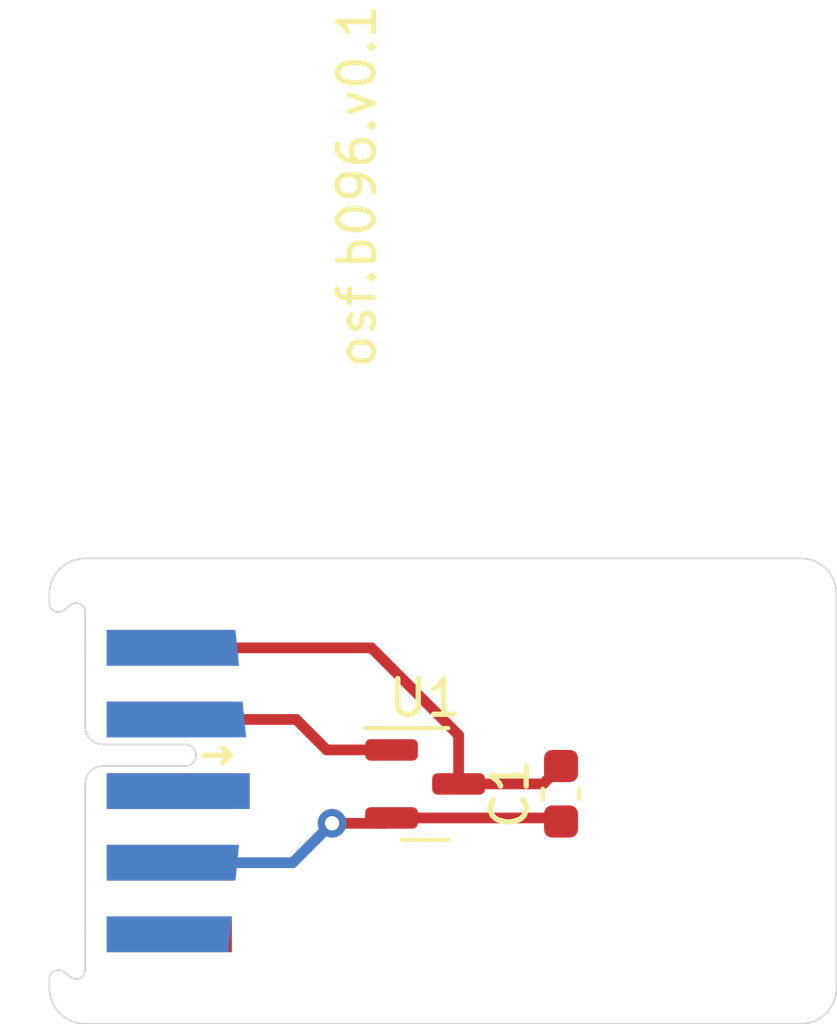
<source format=kicad_pcb>
(kicad_pcb (version 20211014) (generator pcbnew)
  (layers (0 "F.Cu" signal) (1 "In1.Cu" signal) (2 "In2.Cu" signal) (31 "B.Cu" signal) (34 "B.Paste" user) (35 "F.Paste" user) (36 "B.SilkS" user "B.Silkscreen") (37 "F.SilkS" user "F.Silkscreen") (38 "B.Mask" user) (39 "F.Mask" user) (44 "Edge.Cuts" user))
  (net 0 "")
  (net 1 "/mac/3.3V")
  (net 2 "GND")
  (net 3 "/mac/IO")
  (footprint "Package_TO_SOT_SMD:SOT-23" (layer "F.Cu") (at 151 98.8)
    (fp_text reference "U1" (at 0 -2.4) (layer "F.SilkS"))
    (fp_text value "11AA02E48")
    (fp_line (start 0 -1.56) (end -1.675 -1.56) (layer "F.SilkS") (width 0.12))
    (fp_line (start 0 1.56) (end 0.65 1.56) (layer "F.SilkS") (width 0.12))
    (fp_line (start 0 -1.56) (end 0.65 -1.56) (layer "F.SilkS") (width 0.12))
    (fp_line (start 0 1.56) (end -0.65 1.56) (layer "F.SilkS") (width 0.12))
    (pad "1" smd roundrect (at -0.9375 -0.95) (size 1.475 0.6) (layers "F.Cu" "F.Paste" "F.Mask") (net 3 "/mac/IO"))
    (pad "2" smd roundrect (at -0.9375 0.95) (size 1.475 0.6) (layers "F.Cu" "F.Paste" "F.Mask") (net 1 "/mac/3.3V"))
    (pad "3" smd roundrect (at 0.9375 0) (size 1.475 0.6) (layers "F.Cu" "F.Paste" "F.Mask") (net 2 "GND"))
  )
  (footprint "Capacitor_SMD:C_0603_1608Metric" (layer "F.Cu") (at 154.8 99.075 90)
    (fp_text reference "C1" (at 0 -1.43 90) (layer "F.SilkS"))
    (fp_text value "100nF")
    (fp_line (start -0.14058 -0.51) (end 0.14058 -0.51) (layer "F.SilkS") (width 0.12))
    (fp_line (start -0.14058 0.51) (end 0.14058 0.51) (layer "F.SilkS") (width 0.12))
    (pad "1" smd roundrect (at -0.775 0 90) (size 0.9 0.95) (layers "F.Cu" "F.Paste" "F.Mask") (net 1 "/mac/3.3V"))
    (pad "2" smd roundrect (at 0.775 0 90) (size 0.9 0.95) (layers "F.Cu" "F.Paste" "F.Mask") (net 2 "GND"))
  )
  (footprint "on_edge:on_edge_2x05_device" (layer "F.Cu") (at 141.5 99 -90)
    (fp_text reference "J1")
    (fp_text value "021_single_IO_UNIO")
    (fp_line (start -1 -4.05) (end -0.8 -3.85) (layer "F.SilkS") (width 0.153))
    (fp_line (start -1.2 -3.85) (end -1 -4.05) (layer "F.SilkS") (width 0.153))
    (fp_line (start -1 -4.05) (end -1 -3.323) (layer "F.SilkS") (width 0.153))
    (fp_line (start -4 0) (end -1.8 0) (layer "Edge.Cuts") (width 0.05))
    (fp_line (start -0.2 0) (end 4 0) (layer "Edge.Cuts") (width 0.05))
    (fp_line (start -0.7 -0.5) (end -0.7 -2.8) (layer "Edge.Cuts") (width 0.05))
    (fp_line (start -1.3 -2.8) (end -1.3 -0.5) (layer "Edge.Cuts") (width 0.05))
    (fp_arc (start -1.3 -2.8) (mid -1 -3.1) (end -0.7 -2.8) (layer "Edge.Cuts") (width 0.05))
    (fp_arc (start -0.2 0) (mid -0.553553 -0.146447) (end -0.7 -0.5) (layer "Edge.Cuts") (width 0.05))
    (fp_arc (start -1.3 -0.5) (mid -1.446447 -0.146447) (end -1.8 0) (layer "Edge.Cuts") (width 0.05))
    (pad "1" smd rect (at -4 -2.35 90) (size 1 3.5) (layers "F.Cu" "F.Mask") (net 2 "GND"))
    (pad "2" smd rect (at -2 -2.35 270) (size 1 3.5) (layers "F.Cu" "F.Mask") (net 3 "/mac/IO"))
    (pad "3" smd rect (at 0 -2.35 270) (size 1 3.5) (layers "F.Cu" "F.Mask"))
    (pad "4" smd rect (at 2 -2.35 90) (size 1 3.5) (layers "F.Cu" "F.Mask"))
    (pad "5" smd rect (at 4 -2.35 90) (size 1 3.5) (layers "F.Cu" "F.Mask"))
    (pad "6" smd custom (at -4 -2.4 270) (size 1 3.6) (layers "B.Cu" "B.Mask") (options (clearance outline) (anchor rect)) (primitives (gr_poly (pts (xy 0.5 -1.8) (xy 0.5 -1.9) (xy -0.5 -1.8)) (width 0) (fill yes))))
    (pad "7" smd custom (at -2 -2.1 270) (size 1 3) (layers "B.Cu" "B.Mask") (options (clearance outline) (anchor rect)) (primitives (gr_poly (pts (xy 0.3 -0.51) (xy 0.31 -0.62) (xy 0.33 -0.7) (xy 0.35 -0.76) (xy 0.37 -0.81) (xy 0.4 -0.86) (xy 0.44 -0.92) (xy 0.48 -0.97) (xy 0.5 -0.99) (xy 0.5 -2.4) (xy -0.5 -2.3) (xy -0.5 1.5) (xy 0.3 1.5)) (width 0) (fill yes))))
    (pad "8" smd rect (at 0 -2.6 270) (size 1 4) (layers "B.Cu" "B.Mask"))
    (pad "9" smd custom (at 2 -2.4 270) (size 1 3.6) (layers "B.Cu" "B.Mask") (net 1 "/mac/3.3V") (options (clearance outline) (anchor rect)) (primitives (gr_poly (pts (xy -0.5 -1.8) (xy -0.5 -1.9) (xy 0.5 -1.8)) (width 0) (fill yes))))
    (pad "10" smd custom (at 4 -2.3 270) (size 1 3.4) (layers "B.Cu" "B.Mask") (options (clearance outline) (anchor rect)) (primitives (gr_poly (pts (xy -0.5 -1.7) (xy -0.5 -1.8) (xy 0.5 -1.7)) (width 0) (fill yes))))
  )
  (gr_arc (start 162.5 104.5) (mid 162.207107 105.207107) (end 161.5 105.5) (layer "Edge.Cuts") (width 0.05))
  (gr_arc (start 140.5 93.5) (mid 140.792893 92.792893) (end 141.5 92.5) (layer "Edge.Cuts") (width 0.05))
  (gr_line (start 141.5 105.5) (end 161.5 105.5) (layer "Edge.Cuts") (width 0.05))
  (gr_line (start 140.5 93.5) (end 140.5 93.75) (layer "Edge.Cuts") (width 0.05))
  (gr_line (start 142.5 92.5) (end 141.5 92.5) (layer "Edge.Cuts") (width 0.05))
  (gr_line (start 140.5 104.5) (end 140.5 104.25) (layer "Edge.Cuts") (width 0.05))
  (gr_line (start 141.1 104.2) (end 140.9 104.05) (layer "Edge.Cuts") (width 0.05))
  (gr_line (start 161.5 92.5) (end 142.5 92.5) (layer "Edge.Cuts") (width 0.05))
  (gr_arc (start 161.5 92.5) (mid 162.207107 92.792893) (end 162.5 93.5) (layer "Edge.Cuts") (width 0.05))
  (gr_line (start 141.1 93.8) (end 140.9 93.95) (layer "Edge.Cuts") (width 0.05))
  (gr_line (start 162.5 93.5) (end 162.5 104.5) (layer "Edge.Cuts") (width 0.05))
  (gr_line (start 141.5 103) (end 141.5 104) (layer "Edge.Cuts") (width 0.05))
  (gr_arc (start 140.9 93.95) (mid 140.638197 93.973607) (end 140.5 93.75) (layer "Edge.Cuts") (width 0.05))
  (gr_arc (start 140.5 104.25) (mid 140.638197 104.026393) (end 140.9 104.05) (layer "Edge.Cuts") (width 0.05))
  (gr_line (start 141.5 95) (end 141.5 94) (layer "Edge.Cuts") (width 0.05))
  (gr_arc (start 141.1 93.8) (mid 141.361803 93.776393) (end 141.5 94) (layer "Edge.Cuts") (width 0.05))
  (gr_arc (start 141.5 105.5) (mid 140.792893 105.207107) (end 140.5 104.5) (layer "Edge.Cuts") (width 0.05))
  (gr_arc (start 141.5 104) (mid 141.361803 104.223607) (end 141.1 104.2) (layer "Edge.Cuts") (width 0.05))
  (gr_text "osf.b096.v0.1" (at 149.1 82.1 90) (layer "F.SilkS") (effects (font (size 1 1))))
  (segment (start 154.7 99.75) (end 154.8 99.85) (width 0.3) (layer "F.Cu") (net 1))
  (segment (start 148.4 99.9) (end 149.9125 99.9) (width 0.3) (layer "F.Cu") (net 1))
  (segment (start 150.0625 99.75) (end 154.7 99.75) (width 0.3) (layer "F.Cu") (net 1))
  (segment (start 149.9125 99.9) (end 150.0625 99.75) (width 0.3) (layer "F.Cu") (net 1))
  (via (at 148.4 99.9) (size 0.8) (drill 0.4) (layers "F.Cu" "B.Cu") (net 1))
  (segment (start 147.3 101) (end 148.4 99.9) (width 0.3) (layer "B.Cu") (net 1))
  (segment (start 143.9 101) (end 147.3 101) (width 0.3) (layer "B.Cu") (net 1))
  (segment (start 143.85 95) (end 149.5 95) (width 0.3) (layer "F.Cu") (net 2))
  (segment (start 149.5 95) (end 151.9375 97.4375) (width 0.3) (layer "F.Cu") (net 2))
  (segment (start 154.3 98.8) (end 154.8 98.3) (width 0.3) (layer "F.Cu") (net 2))
  (segment (start 151.9375 98.8) (end 154.3 98.8) (width 0.3) (layer "F.Cu") (net 2))
  (segment (start 151.9375 97.4375) (end 151.9375 98.8) (width 0.3) (layer "F.Cu") (net 2))
  (segment (start 150.0625 97.85) (end 148.25 97.85) (width 0.3) (layer "F.Cu") (net 3))
  (segment (start 147.4 97) (end 143.85 97) (width 0.3) (layer "F.Cu") (net 3))
  (segment (start 148.25 97.85) (end 147.4 97) (width 0.3) (layer "F.Cu") (net 3))
)
</source>
